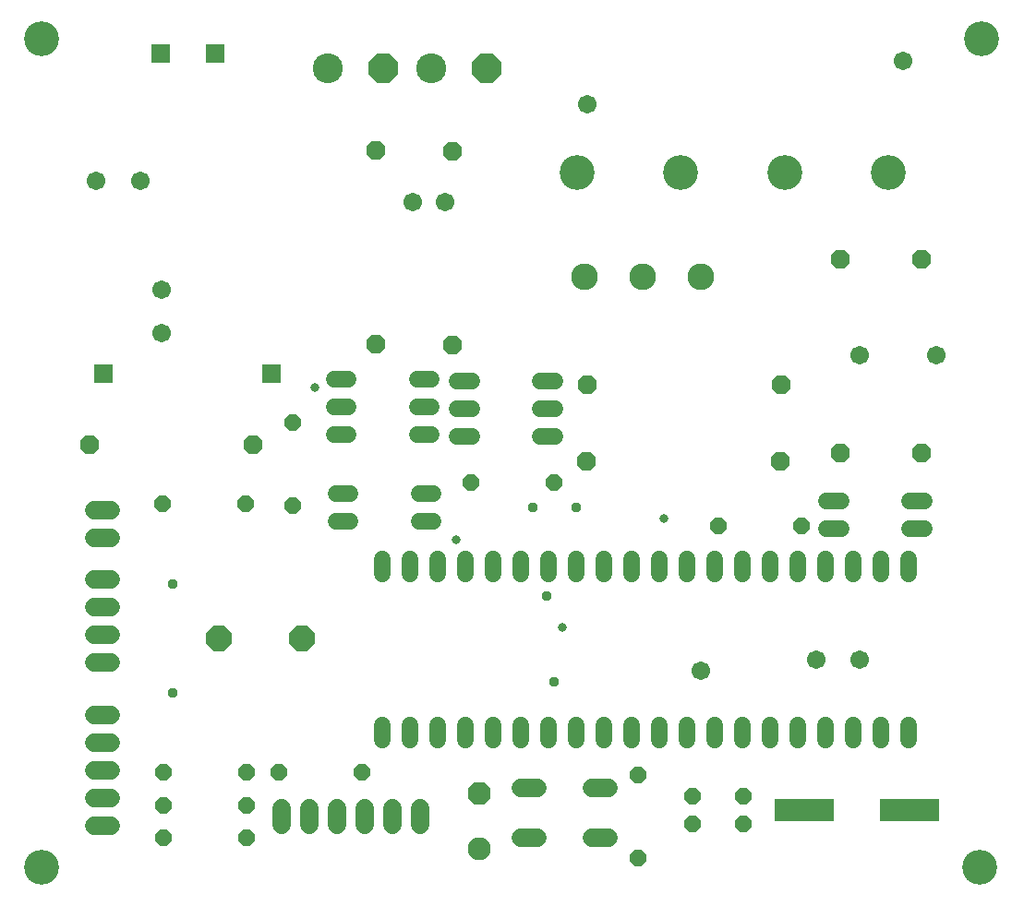
<source format=gbr>
G04 EAGLE Gerber X2 export*
%TF.Part,Single*%
%TF.FileFunction,Soldermask,Top,1*%
%TF.FilePolarity,Negative*%
%TF.GenerationSoftware,Autodesk,EAGLE,9.0.0*%
%TF.CreationDate,2019-09-24T12:48:38Z*%
G75*
%MOMM*%
%FSLAX34Y34*%
%LPD*%
%AMOC8*
5,1,8,0,0,1.08239X$1,22.5*%
G01*
%ADD10C,3.203200*%
%ADD11R,5.537200X2.133600*%
%ADD12C,1.524000*%
%ADD13C,2.453200*%
%ADD14P,1.649562X8X292.500000*%
%ADD15C,2.108200*%
%ADD16P,2.281895X8X112.500000*%
%ADD17P,1.869504X8X202.500000*%
%ADD18C,2.743200*%
%ADD19P,2.969212X8X22.500000*%
%ADD20C,1.727200*%
%ADD21R,1.711200X1.711200*%
%ADD22P,1.649562X8X202.500000*%
%ADD23P,1.869504X8X292.500000*%
%ADD24P,1.869504X8X22.500000*%
%ADD25P,1.649562X8X22.500000*%
%ADD26P,1.649562X8X112.500000*%
%ADD27P,2.556822X8X22.500000*%
%ADD28C,0.959600*%
%ADD29C,0.809600*%
%ADD30C,1.703200*%


D10*
X150000Y770000D03*
X150000Y10000D03*
X1012000Y770000D03*
X1010000Y10000D03*
D11*
X945660Y62600D03*
X849140Y62600D03*
D12*
X945000Y278896D02*
X945000Y292104D01*
X919600Y292104D02*
X919600Y278896D01*
X894200Y278896D02*
X894200Y292104D01*
X868800Y292104D02*
X868800Y278896D01*
X843400Y278896D02*
X843400Y292104D01*
X818000Y292104D02*
X818000Y278896D01*
X792600Y278896D02*
X792600Y292104D01*
X767200Y292104D02*
X767200Y278896D01*
X741800Y278896D02*
X741800Y292104D01*
X716400Y292104D02*
X716400Y278896D01*
X691000Y278896D02*
X691000Y292104D01*
X665600Y292104D02*
X665600Y278896D01*
X640200Y278896D02*
X640200Y292104D01*
X614800Y292104D02*
X614800Y278896D01*
X589400Y278896D02*
X589400Y292104D01*
X564000Y292104D02*
X564000Y278896D01*
X538600Y278896D02*
X538600Y292104D01*
X513200Y292104D02*
X513200Y278896D01*
X487800Y278896D02*
X487800Y292104D01*
X462400Y292104D02*
X462400Y278896D01*
X462400Y139704D02*
X462400Y126496D01*
X487800Y126496D02*
X487800Y139704D01*
X513200Y139704D02*
X513200Y126496D01*
X538600Y126496D02*
X538600Y139704D01*
X564000Y139704D02*
X564000Y126496D01*
X589400Y126496D02*
X589400Y139704D01*
X614800Y139704D02*
X614800Y126496D01*
X640200Y126496D02*
X640200Y139704D01*
X665600Y139704D02*
X665600Y126496D01*
X691000Y126496D02*
X691000Y139704D01*
X716400Y139704D02*
X716400Y126496D01*
X741800Y126496D02*
X741800Y139704D01*
X767200Y139704D02*
X767200Y126496D01*
X792600Y126496D02*
X792600Y139704D01*
X818000Y139704D02*
X818000Y126496D01*
X843400Y126496D02*
X843400Y139704D01*
X868800Y139704D02*
X868800Y126496D01*
X894200Y126496D02*
X894200Y139704D01*
X919600Y139704D02*
X919600Y126496D01*
X945000Y126496D02*
X945000Y139704D01*
D13*
X647200Y551700D03*
X700600Y551700D03*
X754200Y551700D03*
D14*
X746800Y75100D03*
X746800Y49700D03*
X793200Y75100D03*
X793200Y49700D03*
D15*
X551000Y26300D03*
D16*
X551000Y77100D03*
D17*
X343530Y397400D03*
X193670Y397400D03*
D18*
X506600Y743100D03*
D19*
X557400Y743100D03*
D18*
X412600Y743100D03*
D19*
X463400Y743100D03*
D20*
X213620Y273900D02*
X198380Y273900D01*
X198380Y248500D02*
X213620Y248500D01*
X213620Y223100D02*
X198380Y223100D01*
X198380Y197700D02*
X213620Y197700D01*
X213620Y149600D02*
X198380Y149600D01*
X198380Y124200D02*
X213620Y124200D01*
X213620Y98800D02*
X198380Y98800D01*
X198380Y73400D02*
X213620Y73400D01*
X213620Y48000D02*
X198380Y48000D01*
D10*
X925900Y647400D03*
X830900Y647400D03*
X736000Y647400D03*
X640900Y647400D03*
D21*
X308700Y756900D03*
X258700Y756900D03*
X360700Y462900D03*
X206700Y462900D03*
D12*
X531096Y455900D02*
X544304Y455900D01*
X544304Y430500D02*
X531096Y430500D01*
X607296Y430500D02*
X620504Y430500D01*
X620504Y455900D02*
X607296Y455900D01*
X544304Y405100D02*
X531096Y405100D01*
X607296Y405100D02*
X620504Y405100D01*
X431104Y457400D02*
X417896Y457400D01*
X417896Y432000D02*
X431104Y432000D01*
X494096Y432000D02*
X507304Y432000D01*
X507304Y457400D02*
X494096Y457400D01*
X431104Y406600D02*
X417896Y406600D01*
X494096Y406600D02*
X507304Y406600D01*
X945696Y320600D02*
X958904Y320600D01*
X958904Y346000D02*
X945696Y346000D01*
X882704Y346000D02*
X869496Y346000D01*
X869496Y320600D02*
X882704Y320600D01*
X508904Y327100D02*
X495696Y327100D01*
X495696Y352500D02*
X508904Y352500D01*
X432704Y352500D02*
X419496Y352500D01*
X419496Y327100D02*
X432704Y327100D01*
D22*
X336700Y343200D03*
X260500Y343200D03*
X619900Y362400D03*
X543700Y362400D03*
D23*
X956300Y567500D03*
X956300Y389700D03*
X882500Y567500D03*
X882500Y389700D03*
D24*
X649300Y382500D03*
X827100Y382500D03*
X649900Y452500D03*
X827700Y452500D03*
D23*
X456000Y667500D03*
X456000Y489700D03*
D25*
X261700Y36800D03*
X337900Y36800D03*
X261700Y66800D03*
X337900Y66800D03*
X261700Y96800D03*
X337900Y96800D03*
X366900Y96800D03*
X443100Y96800D03*
D14*
X696800Y94700D03*
X696800Y18500D03*
D22*
X846300Y323200D03*
X770100Y323200D03*
D23*
X526300Y666900D03*
X526300Y489100D03*
D20*
X654492Y36994D02*
X669732Y36994D01*
X669732Y82206D02*
X654492Y82206D01*
X604708Y36994D02*
X589468Y36994D01*
X589468Y82206D02*
X604708Y82206D01*
X370100Y63620D02*
X370100Y48380D01*
X395500Y48380D02*
X395500Y63620D01*
X420900Y63620D02*
X420900Y48380D01*
X446300Y48380D02*
X446300Y63620D01*
X471700Y63620D02*
X471700Y48380D01*
X497100Y48380D02*
X497100Y63620D01*
X213620Y337400D02*
X198380Y337400D01*
X198380Y312000D02*
X213620Y312000D01*
D26*
X380000Y341900D03*
X380000Y418100D03*
D27*
X311900Y220000D03*
X388100Y220000D03*
D28*
X640000Y340000D03*
X600000Y340000D03*
D29*
X530000Y310000D03*
D28*
X270000Y270000D03*
X270000Y170000D03*
X620000Y180000D03*
X613000Y258900D03*
D30*
X754000Y190000D03*
X860000Y200000D03*
X900000Y200000D03*
X650000Y710000D03*
X940000Y750000D03*
X200000Y640000D03*
X240000Y640000D03*
X900000Y480000D03*
X970000Y480000D03*
X490000Y620000D03*
X520000Y620000D03*
X260000Y540000D03*
X260000Y500000D03*
D29*
X720000Y330000D03*
X400000Y450000D03*
X627000Y230000D03*
M02*

</source>
